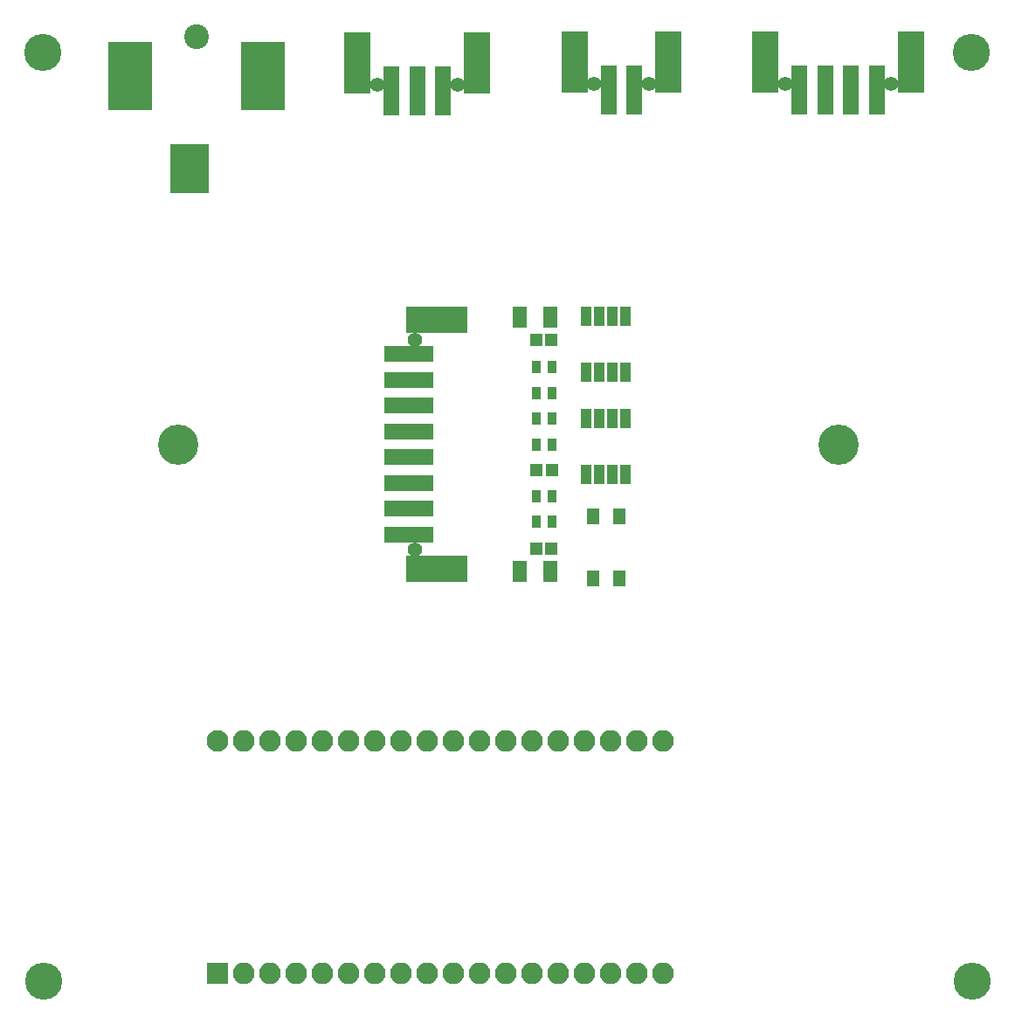
<source format=gts>
G04 #@! TF.GenerationSoftware,KiCad,Pcbnew,(5.0.0-rc2-dev)*
G04 #@! TF.CreationDate,2018-03-07T22:42:49-08:00*
G04 #@! TF.ProjectId,makerlabs-acm-reader-lock_v1.0.0,6D616B65726C6162732D61636D2D7265,rev?*
G04 #@! TF.SameCoordinates,Original*
G04 #@! TF.FileFunction,Soldermask,Top*
G04 #@! TF.FilePolarity,Negative*
%FSLAX46Y46*%
G04 Gerber Fmt 4.6, Leading zero omitted, Abs format (unit mm)*
G04 Created by KiCad (PCBNEW (5.0.0-rc2-dev)) date Wednesday, March 07, 2018 at 10:42:49 PM*
%MOMM*%
%LPD*%
G01*
G04 APERTURE LIST*
%ADD10R,1.200000X1.150000*%
%ADD11R,1.400000X2.000000*%
%ADD12R,1.200000X1.600000*%
%ADD13R,1.000000X1.950000*%
%ADD14C,1.400000*%
%ADD15R,4.800000X1.600000*%
%ADD16R,6.000000X2.600000*%
%ADD17R,1.600000X4.800000*%
%ADD18R,2.600000X6.000000*%
%ADD19C,3.600000*%
%ADD20C,3.900000*%
%ADD21O,2.100000X2.100000*%
%ADD22C,2.100000*%
%ADD23R,2.100000X2.100000*%
%ADD24C,2.400000*%
%ADD25R,4.300000X6.600000*%
%ADD26R,3.700000X4.800000*%
%ADD27R,0.900000X1.300000*%
G04 APERTURE END LIST*
D10*
X162700000Y-103100000D03*
X164200000Y-103100000D03*
X162700000Y-82900000D03*
X164200000Y-82900000D03*
X164250000Y-95500000D03*
X162750000Y-95500000D03*
D11*
X164100000Y-105300000D03*
X161100000Y-105300000D03*
X164100000Y-80700000D03*
X161100000Y-80700000D03*
D12*
X170770000Y-100000000D03*
X170770000Y-106000000D03*
X168230000Y-106000000D03*
X168230000Y-100000000D03*
D13*
X171405000Y-95900000D03*
X170135000Y-95900000D03*
X168865000Y-95900000D03*
X167595000Y-95900000D03*
X167595000Y-90500000D03*
X168865000Y-90500000D03*
X170135000Y-90500000D03*
X171405000Y-90500000D03*
X167595000Y-86000000D03*
X168865000Y-86000000D03*
X170135000Y-86000000D03*
X171405000Y-86000000D03*
X171405000Y-80600000D03*
X170135000Y-80600000D03*
X168865000Y-80600000D03*
X167595000Y-80600000D03*
D14*
X150950000Y-103150000D03*
D15*
X150350000Y-91750000D03*
X150350000Y-89250000D03*
X150350000Y-86750000D03*
X150350000Y-94250000D03*
X150350000Y-96750000D03*
X150350000Y-99250000D03*
X150350000Y-101750000D03*
X150350000Y-84250000D03*
D16*
X153050000Y-105050000D03*
X153050000Y-80950000D03*
D14*
X150950000Y-82850000D03*
X173650000Y-58050000D03*
D17*
X172250000Y-58650000D03*
X169750000Y-58650000D03*
D18*
X175550000Y-55950000D03*
X166450000Y-55950000D03*
D14*
X168350000Y-58050000D03*
X186850000Y-58050000D03*
D18*
X184950000Y-55950000D03*
X199050000Y-55950000D03*
D17*
X188250000Y-58650000D03*
X190750000Y-58650000D03*
X193250000Y-58650000D03*
X195750000Y-58650000D03*
D14*
X197150000Y-58050000D03*
D19*
X114900000Y-55000000D03*
X204900000Y-55000000D03*
X115000000Y-145000000D03*
X205000000Y-145000000D03*
D20*
X192000000Y-93000000D03*
X128000000Y-93000000D03*
D21*
X174980000Y-121750000D03*
X172440000Y-121750000D03*
X169900000Y-121750000D03*
X167360000Y-121750000D03*
X164820000Y-121750000D03*
X162280000Y-121750000D03*
X159740000Y-121750000D03*
X157200000Y-121750000D03*
X154660000Y-121750000D03*
X152120000Y-121750000D03*
X149580000Y-121750000D03*
X147040000Y-121750000D03*
X144500000Y-121750000D03*
X141960000Y-121750000D03*
X139420000Y-121750000D03*
X136880000Y-121750000D03*
X134340000Y-121750000D03*
D22*
X131800000Y-121750000D03*
D23*
X131800000Y-144250000D03*
D21*
X134340000Y-144250000D03*
X136880000Y-144250000D03*
X139420000Y-144250000D03*
X141960000Y-144250000D03*
X144500000Y-144250000D03*
X147040000Y-144250000D03*
X149580000Y-144250000D03*
X152120000Y-144250000D03*
X154660000Y-144250000D03*
X157200000Y-144250000D03*
X159740000Y-144250000D03*
X162280000Y-144250000D03*
X164820000Y-144250000D03*
X167360000Y-144250000D03*
X169900000Y-144250000D03*
X172440000Y-144250000D03*
X174980000Y-144250000D03*
D24*
X129800000Y-53500000D03*
D25*
X123350000Y-57300000D03*
X136250000Y-57300000D03*
D26*
X129100000Y-66300000D03*
D27*
X164250000Y-100500000D03*
X162750000Y-100500000D03*
X164250000Y-98000000D03*
X162750000Y-98000000D03*
X164250000Y-85500000D03*
X162750000Y-85500000D03*
X164250000Y-90500000D03*
X162750000Y-90500000D03*
X162750000Y-88000000D03*
X164250000Y-88000000D03*
X162750000Y-93000000D03*
X164250000Y-93000000D03*
D14*
X147300000Y-58150000D03*
D18*
X145400000Y-56050000D03*
X157000000Y-56050000D03*
D17*
X148700000Y-58750000D03*
X151200000Y-58750000D03*
X153700000Y-58750000D03*
D14*
X155100000Y-58150000D03*
M02*

</source>
